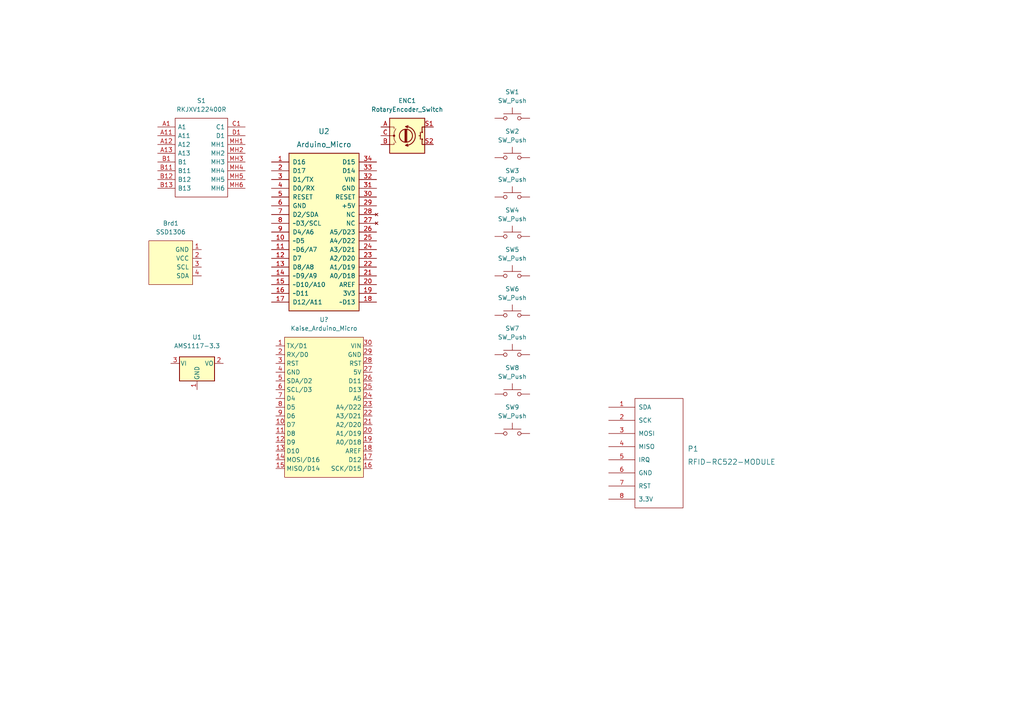
<source format=kicad_sch>
(kicad_sch (version 20211123) (generator eeschema)
  (paper "A4")
  (lib_symbols
    (symbol "Arduino:Arduino_Micro" (pin_names (offset 1.016))
      (property "Reference" "U" (at -10.16 26.67 0))
      (property "Value" "Arduino_Micro" (at -2.54 24.13 0))
      (symbol "Arduino_Micro_0_1"
        (rectangle (start -10.16 22.86) (end 10.16 -22.86) (stroke (width 0.254)) (fill (type background)))
      )
      (symbol "Arduino_Micro_1_1"
        (pin bidirectional line (at -15.24 20.32 0) (length 5.08) (name "D16") (number "1"))
        (pin bidirectional line (at -15.24 -2.54 0) (length 5.08) (name "~D5") (number "10"))
        (pin bidirectional line (at -15.24 -5.08 0) (length 5.08) (name "~D6/A7") (number "11"))
        (pin bidirectional line (at -15.24 -7.62 0) (length 5.08) (name "D7") (number "12"))
        (pin bidirectional line (at -15.24 -10.16 0) (length 5.08) (name "D8/A8") (number "13"))
        (pin bidirectional line (at -15.24 -12.7 0) (length 5.08) (name "~D9/A9") (number "14"))
        (pin bidirectional line (at -15.24 -15.24 0) (length 5.08) (name "~D10/A10") (number "15"))
        (pin bidirectional line (at -15.24 -17.78 0) (length 5.08) (name "~D11") (number "16"))
        (pin bidirectional line (at -15.24 -20.32 0) (length 5.08) (name "D12/A11") (number "17"))
        (pin bidirectional line (at 15.24 -20.32 180) (length 5.08) (name "~D13") (number "18"))
        (pin power_out line (at 15.24 -17.78 180) (length 5.08) (name "3V3") (number "19"))
        (pin bidirectional line (at -15.24 17.78 0) (length 5.08) (name "D17") (number "2"))
        (pin input line (at 15.24 -15.24 180) (length 5.08) (name "AREF") (number "20"))
        (pin bidirectional line (at 15.24 -12.7 180) (length 5.08) (name "A0/D18") (number "21"))
        (pin bidirectional line (at 15.24 -10.16 180) (length 5.08) (name "A1/D19") (number "22"))
        (pin bidirectional line (at 15.24 -7.62 180) (length 5.08) (name "A2/D20") (number "23"))
        (pin bidirectional line (at 15.24 -5.08 180) (length 5.08) (name "A3/D21") (number "24"))
        (pin bidirectional line (at 15.24 -2.54 180) (length 5.08) (name "A4/D22") (number "25"))
        (pin bidirectional line (at 15.24 0 180) (length 5.08) (name "A5/D23") (number "26"))
        (pin no_connect line (at 15.24 2.54 180) (length 5.08) (name "NC") (number "27"))
        (pin no_connect line (at 15.24 5.08 180) (length 5.08) (name "NC") (number "28"))
        (pin power_in line (at 15.24 7.62 180) (length 5.08) (name "+5V") (number "29"))
        (pin bidirectional line (at -15.24 15.24 0) (length 5.08) (name "D1/TX") (number "3"))
        (pin input line (at 15.24 10.16 180) (length 5.08) (name "RESET") (number "30"))
        (pin power_in line (at 15.24 12.7 180) (length 5.08) (name "GND") (number "31"))
        (pin power_out line (at 15.24 15.24 180) (length 5.08) (name "VIN") (number "32"))
        (pin bidirectional line (at 15.24 17.78 180) (length 5.08) (name "D14") (number "33"))
        (pin bidirectional line (at 15.24 20.32 180) (length 5.08) (name "D15") (number "34"))
        (pin bidirectional line (at -15.24 12.7 0) (length 5.08) (name "D0/RX") (number "4"))
        (pin input line (at -15.24 10.16 0) (length 5.08) (name "RESET") (number "5"))
        (pin power_in line (at -15.24 7.62 0) (length 5.08) (name "GND") (number "6"))
        (pin bidirectional line (at -15.24 5.08 0) (length 5.08) (name "D2/SDA") (number "7"))
        (pin bidirectional line (at -15.24 2.54 0) (length 5.08) (name "~D3/SCL") (number "8"))
        (pin bidirectional line (at -15.24 0 0) (length 5.08) (name "D4/A6") (number "9"))
      )
    )
    (symbol "Device:RotaryEncoder_Switch" (pin_names (offset 0.254) hide)
      (property "Reference" "SW" (at 0 6.604 0))
      (property "Value" "RotaryEncoder_Switch" (at 0 -6.604 0))
      (symbol "RotaryEncoder_Switch_0_1"
        (rectangle (start -5.08 5.08) (end 5.08 -5.08) (stroke (width 0.254)) (fill (type background)))
        (circle (center -3.81 0) (radius 0.254) (fill (type outline)))
        (arc (start -0.381 -2.794) (mid 2.3622 -0.0635) (end -0.381 2.667) (stroke (width 0.254)))
        (circle (center -0.381 0) (radius 1.905) (stroke (width 0.254)))
        (polyline (pts (xy -0.635 -1.778) (xy -0.635 1.778)) (stroke (width 0.254)))
        (polyline (pts (xy -0.381 -1.778) (xy -0.381 1.778)) (stroke (width 0.254)))
        (polyline (pts (xy -0.127 1.778) (xy -0.127 -1.778)) (stroke (width 0.254)))
        (polyline (pts (xy 3.81 0) (xy 3.429 0)) (stroke (width 0.254)))
        (polyline (pts (xy 3.81 1.016) (xy 3.81 -1.016)) (stroke (width 0.254)))
        (polyline (pts (xy -5.08 -2.54) (xy -3.81 -2.54) (xy -3.81 -2.032)))
        (polyline (pts (xy -5.08 2.54) (xy -3.81 2.54) (xy -3.81 2.032)))
        (polyline (pts (xy 0.254 -3.048) (xy -0.508 -2.794) (xy 0.127 -2.413)) (stroke (width 0.254)))
        (polyline (pts (xy 0.254 2.921) (xy -0.508 2.667) (xy 0.127 2.286)) (stroke (width 0.254)))
        (polyline (pts (xy 5.08 -2.54) (xy 4.318 -2.54) (xy 4.318 -1.016)) (stroke (width 0.254)))
        (polyline (pts (xy 5.08 2.54) (xy 4.318 2.54) (xy 4.318 1.016)) (stroke (width 0.254)))
        (polyline (pts (xy -5.08 0) (xy -3.81 0) (xy -3.81 -1.016) (xy -3.302 -2.032)))
        (polyline (pts (xy -4.318 0) (xy -3.81 0) (xy -3.81 1.016) (xy -3.302 2.032)))
        (circle (center 4.318 -1.016) (radius 0.127) (stroke (width 0.254)))
        (circle (center 4.318 1.016) (radius 0.127) (stroke (width 0.254)))
      )
      (symbol "RotaryEncoder_Switch_1_1"
        (pin passive line (at -7.62 2.54 0) (length 2.54) (name "A") (number "A"))
        (pin passive line (at -7.62 -2.54 0) (length 2.54) (name "B") (number "B"))
        (pin passive line (at -7.62 0 0) (length 2.54) (name "C") (number "C"))
        (pin passive line (at 7.62 2.54 180) (length 2.54) (name "S1") (number "S1"))
        (pin passive line (at 7.62 -2.54 180) (length 2.54) (name "S2") (number "S2"))
      )
    )
    (symbol "MCU_Module:Kaise_Arduino_Micro"
      (property "Reference" "U?" (at 0 0 0))
      (property "Value" "Kaise_Arduino_Micro" (at 0 -2.54 0))
      (symbol "Kaise_Arduino_Micro_0_0"
        (text "" (at -13.97 -15.24 0) (effects (font (size 1.27 1.27))))
        (text "" (at -12.7 -40.64 0) (effects (font (size 1.27 1.27))))
      )
      (symbol "Kaise_Arduino_Micro_0_1"
        (rectangle (start -11.43 -5.08) (end 11.43 -45.72) (fill (type background)))
      )
      (symbol "Kaise_Arduino_Micro_1_1"
        (pin bidirectional line (at -13.97 -7.62 0) (length 2.54) (name "TX/D1") (number "1"))
        (pin bidirectional line (at -13.97 -30.48 0) (length 2.54) (name "D7") (number "10"))
        (pin bidirectional line (at -13.97 -33.02 0) (length 2.54) (name "D8") (number "11"))
        (pin bidirectional line (at -13.97 -35.56 0) (length 2.54) (name "D9") (number "12"))
        (pin bidirectional line (at -13.97 -38.1 0) (length 2.54) (name "D10") (number "13"))
        (pin bidirectional line (at -13.97 -40.64 0) (length 2.54) (name "MOSI/D16") (number "14"))
        (pin bidirectional line (at -13.97 -43.18 0) (length 2.54) (name "MISO/D14") (number "15"))
        (pin bidirectional line (at 13.97 -43.18 180) (length 2.54) (name "SCK/D15") (number "16"))
        (pin bidirectional line (at 13.97 -40.64 180) (length 2.54) (name "D12") (number "17"))
        (pin bidirectional line (at 13.97 -38.1 180) (length 2.54) (name "AREF") (number "18"))
        (pin bidirectional line (at 13.97 -35.56 180) (length 2.54) (name "A0/D18") (number "19"))
        (pin bidirectional line (at -13.97 -10.16 0) (length 2.54) (name "RX/D0") (number "2"))
        (pin bidirectional line (at 13.97 -33.02 180) (length 2.54) (name "A1/D19") (number "20"))
        (pin bidirectional line (at 13.97 -30.48 180) (length 2.54) (name "A2/D20") (number "21"))
        (pin bidirectional line (at 13.97 -27.94 180) (length 2.54) (name "A3/D21") (number "22"))
        (pin bidirectional line (at 13.97 -25.4 180) (length 2.54) (name "A4/D22") (number "23"))
        (pin bidirectional line (at 13.97 -22.86 180) (length 2.54) (name "A5") (number "24"))
        (pin bidirectional line (at 13.97 -20.32 180) (length 2.54) (name "D13") (number "25"))
        (pin bidirectional line (at 13.97 -17.78 180) (length 2.54) (name "D11") (number "26"))
        (pin power_out line (at 13.97 -15.24 180) (length 2.54) (name "5V") (number "27"))
        (pin bidirectional line (at 13.97 -12.7 180) (length 2.54) (name "RST") (number "28"))
        (pin bidirectional line (at 13.97 -10.16 180) (length 2.54) (name "GND") (number "29"))
        (pin bidirectional line (at -13.97 -12.7 0) (length 2.54) (name "RST") (number "3"))
        (pin power_in line (at 13.97 -7.62 180) (length 2.54) (name "VIN") (number "30"))
        (pin bidirectional line (at -13.97 -15.24 0) (length 2.54) (name "GND") (number "4"))
        (pin bidirectional line (at -13.97 -17.78 0) (length 2.54) (name "SDA/D2") (number "5"))
        (pin bidirectional line (at -13.97 -20.32 0) (length 2.54) (name "SCL/D3") (number "6"))
        (pin bidirectional line (at -13.97 -22.86 0) (length 2.54) (name "D4") (number "7"))
        (pin bidirectional line (at -13.97 -25.4 0) (length 2.54) (name "D5") (number "8"))
        (pin bidirectional line (at -13.97 -27.94 0) (length 2.54) (name "D6") (number "9"))
      )
    )
    (symbol "Regulator_Linear:AMS1117-3.3" (pin_names (offset 0.254))
      (property "Reference" "U" (at -3.81 3.175 0))
      (property "Value" "AMS1117-3.3" (at 0 3.175 0))
      (symbol "AMS1117-3.3_0_1"
        (rectangle (start -5.08 -5.08) (end 5.08 1.905) (stroke (width 0.254)) (fill (type background)))
      )
      (symbol "AMS1117-3.3_1_1"
        (pin power_in line (at 0 -7.62 90) (length 2.54) (name "GND") (number "1"))
        (pin power_out line (at 7.62 0 180) (length 2.54) (name "VO") (number "2"))
        (pin power_in line (at -7.62 0 0) (length 2.54) (name "VI") (number "3"))
      )
    )
    (symbol "SSD1306-128x64_OLED:SSD1306" (pin_names (offset 1.016))
      (property "Reference" "Brd" (at 0 -3.81 0))
      (property "Value" "SSD1306" (at 0 -1.27 0))
      (symbol "SSD1306_0_1"
        (rectangle (start -6.35 6.35) (end 6.35 -6.35) (fill (type background)))
      )
      (symbol "SSD1306_1_1"
        (pin input line (at -3.81 8.89 270) (length 2.54) (name "GND") (number "1"))
        (pin input line (at -1.27 8.89 270) (length 2.54) (name "VCC") (number "2"))
        (pin input line (at 1.27 8.89 270) (length 2.54) (name "SCL") (number "3"))
        (pin input line (at 3.81 8.89 270) (length 2.54) (name "SDA") (number "4"))
      )
    )
    (symbol "SamacSys_Parts:RKJXV122400R" (pin_names (offset 0.762))
      (property "Reference" "S" (at 21.59 7.62 0))
      (property "Value" "RKJXV122400R" (at 21.59 5.08 0))
      (symbol "RKJXV122400R_0_0"
        (pin passive line (at 0 0 0) (length 5.08) (name "A1") (number "A1"))
        (pin passive line (at 0 -2.54 0) (length 5.08) (name "A11") (number "A11"))
        (pin passive line (at 0 -5.08 0) (length 5.08) (name "A12") (number "A12"))
        (pin passive line (at 0 -7.62 0) (length 5.08) (name "A13") (number "A13"))
        (pin passive line (at 0 -10.16 0) (length 5.08) (name "B1") (number "B1"))
        (pin passive line (at 0 -12.7 0) (length 5.08) (name "B11") (number "B11"))
        (pin passive line (at 0 -15.24 0) (length 5.08) (name "B12") (number "B12"))
        (pin passive line (at 0 -17.78 0) (length 5.08) (name "B13") (number "B13"))
        (pin passive line (at 25.4 0 180) (length 5.08) (name "C1") (number "C1"))
        (pin passive line (at 25.4 -2.54 180) (length 5.08) (name "D1") (number "D1"))
        (pin passive line (at 25.4 -5.08 180) (length 5.08) (name "MH1") (number "MH1"))
        (pin passive line (at 25.4 -7.62 180) (length 5.08) (name "MH2") (number "MH2"))
        (pin passive line (at 25.4 -10.16 180) (length 5.08) (name "MH3") (number "MH3"))
        (pin passive line (at 25.4 -12.7 180) (length 5.08) (name "MH4") (number "MH4"))
        (pin passive line (at 25.4 -15.24 180) (length 5.08) (name "MH5") (number "MH5"))
        (pin passive line (at 25.4 -17.78 180) (length 5.08) (name "MH6") (number "MH6"))
      )
      (symbol "RKJXV122400R_0_1"
        (polyline (pts (xy 5.08 2.54) (xy 20.32 2.54) (xy 20.32 -20.32) (xy 5.08 -20.32) (xy 5.08 2.54)) (stroke (width 0.1524)))
      )
    )
    (symbol "Switch:SW_Push" (pin_numbers hide) (pin_names (offset 1.016) hide)
      (property "Reference" "SW" (at 1.27 2.54 0))
      (property "Value" "SW_Push" (at 0 -1.524 0))
      (symbol "SW_Push_0_1"
        (circle (center -2.032 0) (radius 0.508))
        (polyline (pts (xy 0 1.27) (xy 0 3.048)))
        (polyline (pts (xy 2.54 1.27) (xy -2.54 1.27)))
        (circle (center 2.032 0) (radius 0.508))
        (pin passive line (at -5.08 0 0) (length 2.54) (name "1") (number "1"))
        (pin passive line (at 5.08 0 180) (length 2.54) (name "2") (number "2"))
      )
    )
    (symbol "rfid-rc522-module:RFID-RC522-MODULE" (pin_names (offset 1.016))
      (property "Reference" "P" (at 0 1.27 0))
      (property "Value" "RFID-RC522-MODULE" (at -1.27 3.81 0))
      (symbol "RFID-RC522-MODULE_0_1"
        (rectangle (start -16.51 7.62) (end 15.24 -6.35))
      )
      (symbol "RFID-RC522-MODULE_1_1"
        (pin input line (at -13.97 -13.97 90) (length 7.62) (name "SDA") (number "1"))
        (pin input line (at -10.16 -13.97 90) (length 7.62) (name "SCK") (number "2"))
        (pin input line (at -6.35 -13.97 90) (length 7.62) (name "MOSI") (number "3"))
        (pin input line (at -2.54 -13.97 90) (length 7.62) (name "MISO") (number "4"))
        (pin input line (at 1.27 -13.97 90) (length 7.62) (name "IRQ") (number "5"))
        (pin input line (at 5.08 -13.97 90) (length 7.62) (name "GND") (number "6"))
        (pin input line (at 8.89 -13.97 90) (length 7.62) (name "RST") (number "7"))
        (pin input line (at 12.7 -13.97 90) (length 7.62) (name "3.3V") (number "8"))
      )
    )
  )
  (symbol (lib_id "MCU_Module:Kaise_Arduino_Micro") (at 93.98 92.71 0) (unit 1)
    (property "Reference" "U?" (at 93.98 92.71 0))
    (property "Value" "Kaise_Arduino_Micro" (at 93.98 95.25 0))
  )
  (symbol (lib_id "Switch:SW_Push") (at 148.59 102.87 0) (unit 1)
    (property "Reference" "SW7" (at 148.59 95.25 0))
    (property "Value" "SW_Push" (at 148.59 97.79 0))
    (property "Footprint" "Keebio-Parts:MX-Alps-Choc-1U-NoLED" (effects hide))
  )
  (symbol (lib_id "Switch:SW_Push") (at 148.59 68.58 0) (unit 1)
    (property "Reference" "SW4" (at 148.59 60.96 0))
    (property "Value" "SW_Push" (at 148.59 63.5 0))
    (property "Footprint" "Keebio-Parts:MX-Alps-Choc-1U-NoLED" (effects hide))
  )
  (symbol (lib_id "Switch:SW_Push") (at 148.59 125.73 0) (unit 1)
    (property "Reference" "SW9" (at 148.59 118.11 0))
    (property "Value" "SW_Push" (at 148.59 120.65 0))
    (property "Footprint" "Keebio-Parts:MX-Alps-Choc-1U-NoLED" (effects hide))
  )
  (symbol (lib_id "Device:RotaryEncoder_Switch") (at 118.11 39.37 0) (unit 1)
    (property "Reference" "ENC1" (at 118.11 29.21 0))
    (property "Value" "RotaryEncoder_Switch" (at 118.11 31.75 0))
    (property "Footprint" "Rotary_Encoder:RotaryEncoder_Alps_EC11E-Switch_Vertical_H20mm" (effects hide))
  )
  (symbol (lib_id "Switch:SW_Push") (at 148.59 114.3 0) (unit 1)
    (property "Reference" "SW8" (at 148.59 106.68 0))
    (property "Value" "SW_Push" (at 148.59 109.22 0))
    (property "Footprint" "Keebio-Parts:MX-Alps-Choc-1U-NoLED" (effects hide))
  )
  (symbol (lib_id "Switch:SW_Push") (at 148.59 91.44 0) (unit 1)
    (property "Reference" "SW6" (at 148.59 83.82 0))
    (property "Value" "SW_Push" (at 148.59 86.36 0))
    (property "Footprint" "Keebio-Parts:MX-Alps-Choc-1U-NoLED" (effects hide))
  )
  (symbol (lib_id "SSD1306-128x64_OLED:SSD1306") (at 49.53 76.2 270) (unit 1)
    (property "Reference" "Brd1" (at 49.53 64.77 90))
    (property "Value" "SSD1306" (at 49.53 67.31 90))
    (property "Footprint" "SSD1306:128x64OLED" (effects hide))
  )
  (symbol (lib_id "Switch:SW_Push") (at 148.59 57.15 0) (unit 1)
    (property "Reference" "SW3" (at 148.59 49.53 0))
    (property "Value" "SW_Push" (at 148.59 52.07 0))
    (property "Footprint" "Keebio-Parts:MX-Alps-Choc-1U-NoLED" (effects hide))
  )
  (symbol (lib_id "SamacSys_Parts:RKJXV122400R") (at 45.72 36.83 0) (unit 1)
    (property "Reference" "S1" (at 58.42 29.21 0))
    (property "Value" "RKJXV122400R" (at 58.42 31.75 0))
    (property "Footprint" "SamacSys_Parts:RKJXV122400R" (effects hide))
    (property "Datasheet" "https://tech.alpsalpine.com/prod/e/html/multicontrol/potentiometer/rkjxk/rkjxv122400r.html" (effects hide))
    (property "Description" "RKJXV122400R" (effects hide))
    (property "Height" "18.95" (effects hide))
    (property "Mouser Part Number" "688-RKJXV122400R" (effects hide))
    (property "Mouser Price/Stock" "https://www.mouser.co.uk/ProductDetail/ALPS/RKJXV122400R?qs=GedFDFLaBXEbB%252ByoOVwLBg%3D%3D" (effects hide))
    (property "Manufacturer_Name" "ALPS" (effects hide))
    (property "Manufacturer_Part_Number" "RKJXV122400R" (effects hide))
  )
  (symbol (lib_id "Arduino:Arduino_Micro") (at 93.98 67.31 0) (unit 1)
    (property "Reference" "U2" (at 93.98 38.1 0) (effects (font (size 1.524 1.524))))
    (property "Value" "Arduino_Micro" (at 93.98 41.91 0) (effects (font (size 1.524 1.524))))
    (property "Footprint" "Arduino:Arduino_Micro" (effects hide))
    (property "Datasheet" "https://store.arduino.cc/usa/arduino-micro" (effects hide))
  )
  (symbol (lib_id "Switch:SW_Push") (at 148.59 80.01 0) (unit 1)
    (property "Reference" "SW5" (at 148.59 72.39 0))
    (property "Value" "SW_Push" (at 148.59 74.93 0))
    (property "Footprint" "Keebio-Parts:MX-Alps-Choc-1U-NoLED" (effects hide))
  )
  (symbol (lib_id "Regulator_Linear:AMS1117-3.3") (at 57.15 105.41 0) (unit 1)
    (property "Reference" "U1" (at 57.15 97.79 0))
    (property "Value" "AMS1117-3.3" (at 57.15 100.33 0))
    (property "Footprint" "Package_TO_SOT_SMD:SOT-223-3_TabPin2" (effects hide))
    (property "Datasheet" "http://www.advanced-monolithic.com/pdf/ds1117.pdf" (effects hide))
  )
  (symbol (lib_id "Switch:SW_Push") (at 148.59 45.72 0) (unit 1)
    (property "Reference" "SW2" (at 148.59 38.1 0))
    (property "Value" "SW_Push" (at 148.59 40.64 0))
    (property "Footprint" "Keebio-Parts:MX-Alps-Choc-1U-NoLED" (effects hide))
  )
  (symbol (lib_id "rfid-rc522-module:RFID-RC522-MODULE") (at 190.5 132.08 270) (unit 1)
    (property "Reference" "P1" (at 199.39 130.175 90) (effects (font (size 1.524 1.524)) (justify left)))
    (property "Value" "RFID-RC522-MODULE" (at 199.39 133.985 90) (effects (font (size 1.524 1.524)) (justify left)))
    (property "Footprint" "RF_Module:RC-522-RFID" (effects hide))
  )
  (symbol (lib_id "Switch:SW_Push") (at 148.59 34.29 0) (unit 1)
    (property "Reference" "SW1" (at 148.59 26.67 0))
    (property "Value" "SW_Push" (at 148.59 29.21 0))
    (property "Footprint" "Keebio-Parts:MX-Alps-Choc-1U-NoLED" (effects hide))
  )
)
</source>
